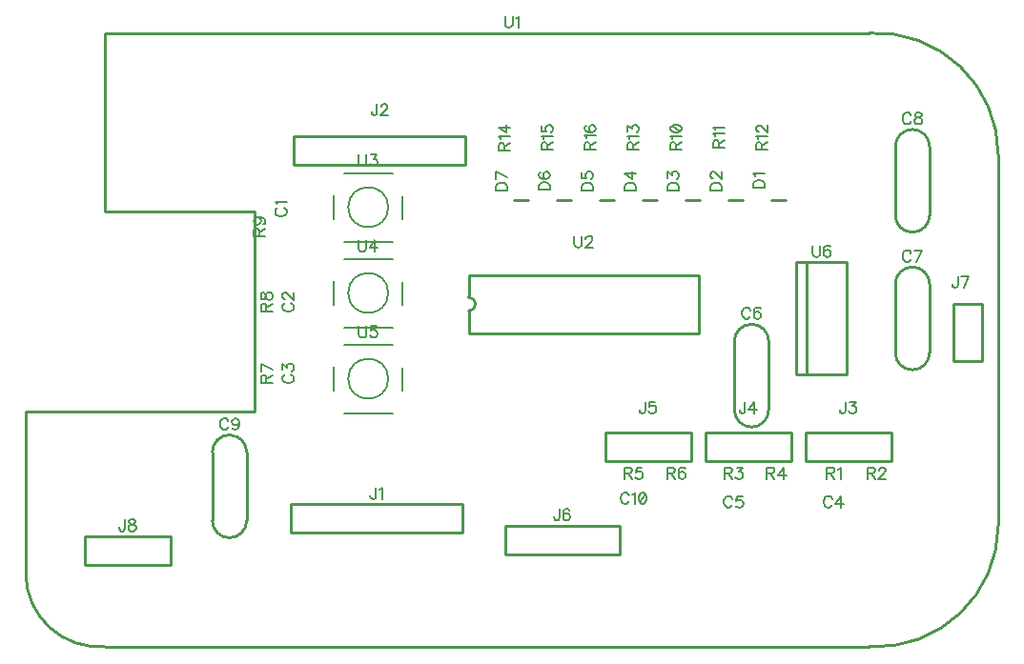
<source format=gbr>
G04 DipTrace 2.4.0.2*
%INTopSilk.gbr*%
%MOIN*%
%ADD10C,0.0098*%
%ADD31C,0.008*%
%ADD57C,0.0062*%
%FSLAX44Y44*%
G04*
G70*
G90*
G75*
G01*
%LNTopSilk*%
%LPD*%
X34088Y19554D2*
D10*
Y21951D1*
X35288Y19554D2*
Y21951D1*
G03X34088Y21951I-600J1D01*
G01*
Y19554D2*
G03X35288Y19554I600J-1D01*
G01*
X34088Y14741D2*
Y17138D1*
X35288Y14741D2*
Y17138D1*
G03X34088Y17138I-600J1D01*
G01*
Y14741D2*
G03X35288Y14741I600J-1D01*
G01*
X30258Y20066D2*
X29747D1*
X28758D2*
X28247D1*
X27258D2*
X26747D1*
X25758D2*
X25247D1*
X24258D2*
X23747D1*
X22758D2*
X22247D1*
X21258D2*
X20747D1*
X18940Y8440D2*
X12940D1*
Y9440D1*
X18940D1*
Y8440D1*
X13065Y22315D2*
X19065D1*
Y21315D1*
X13065D1*
Y22315D1*
X30940Y11940D2*
X33940D1*
Y10940D1*
X30940D1*
Y11940D1*
X27440D2*
X30440D1*
Y10940D1*
X27440D1*
Y11940D1*
X23940D2*
X26940D1*
Y10940D1*
X23940D1*
Y11940D1*
X24440Y7690D2*
X20440D1*
Y8690D1*
X24440D1*
Y7690D1*
X36126Y14439D2*
X37126D1*
Y16440D1*
X36126D1*
Y14439D1*
X37690Y8700D2*
Y21679D1*
X33188Y4456D2*
G03X37690Y8700I228J4267D01*
G01*
X33188Y25924D2*
G02X37690Y21679I228J-4267D01*
G01*
X3690Y12694D2*
X11690D1*
Y19684D1*
X6441D1*
Y25924D1*
Y4456D2*
G02X3690Y6952I-177J2569D01*
G01*
Y12694D1*
X6441Y4456D2*
X33188D1*
Y25924D2*
X6441D1*
X19174Y17464D2*
X27206D1*
Y15416D2*
Y17464D1*
X19174Y15416D2*
X27206D1*
X19174D2*
Y16204D1*
Y17464D2*
Y16676D1*
Y16204D2*
G03X19174Y16676I0J236D01*
G01*
X16510Y21030D2*
D31*
X14810D1*
Y18630D2*
X16510D1*
X16860Y20223D2*
Y19430D1*
X14460Y20235D2*
Y19430D1*
X14960Y19830D2*
G02X14960Y19830I700J0D01*
G01*
X16510Y18030D2*
X14810D1*
Y15630D2*
X16510D1*
X16860Y17223D2*
Y16430D1*
X14460Y17235D2*
Y16430D1*
X14960Y16830D2*
G02X14960Y16830I700J0D01*
G01*
X16510Y15030D2*
X14810D1*
Y12630D2*
X16510D1*
X16860Y14223D2*
Y13430D1*
X14460Y14235D2*
Y13430D1*
X14960Y13830D2*
G02X14960Y13830I700J0D01*
G01*
X30625Y13971D2*
D10*
X32397D1*
Y17908D1*
X30625D1*
Y13971D1*
X30979D2*
Y17908D1*
X8748Y7314D2*
X5748D1*
Y8314D1*
X8748D1*
Y7314D1*
X29663Y15138D2*
Y12740D1*
X28463Y15138D2*
Y12740D1*
G03X29663Y12740I600J-1D01*
G01*
Y15138D2*
G03X28463Y15138I-600J1D01*
G01*
X10211Y8865D2*
Y11263D1*
X11411Y8865D2*
Y11263D1*
G03X10211Y11263I-600J1D01*
G01*
Y8865D2*
G03X11411Y8865I600J-1D01*
G01*
X31878Y9627D2*
D57*
X31859Y9665D1*
X31821Y9704D1*
X31783Y9723D1*
X31706D1*
X31668Y9704D1*
X31630Y9665D1*
X31610Y9627D1*
X31591Y9570D1*
Y9474D1*
X31610Y9417D1*
X31630Y9378D1*
X31668Y9340D1*
X31706Y9321D1*
X31783D1*
X31821Y9340D1*
X31859Y9378D1*
X31878Y9417D1*
X32193Y9321D2*
Y9722D1*
X32002Y9455D1*
X32289D1*
X28388Y9627D2*
X28369Y9665D1*
X28330Y9704D1*
X28292Y9723D1*
X28216D1*
X28177Y9704D1*
X28139Y9665D1*
X28120Y9627D1*
X28101Y9570D1*
Y9474D1*
X28120Y9417D1*
X28139Y9378D1*
X28177Y9340D1*
X28216Y9321D1*
X28292D1*
X28330Y9340D1*
X28369Y9378D1*
X28388Y9417D1*
X28741Y9722D2*
X28550D1*
X28531Y9550D1*
X28550Y9569D1*
X28607Y9589D1*
X28664D1*
X28722Y9569D1*
X28760Y9531D1*
X28779Y9474D1*
Y9436D1*
X28760Y9378D1*
X28722Y9340D1*
X28664Y9321D1*
X28607D1*
X28550Y9340D1*
X28531Y9359D1*
X28511Y9397D1*
X24778Y9752D2*
X24759Y9790D1*
X24721Y9829D1*
X24683Y9848D1*
X24606D1*
X24568Y9829D1*
X24530Y9790D1*
X24510Y9752D1*
X24491Y9695D1*
Y9599D1*
X24510Y9542D1*
X24530Y9503D1*
X24568Y9465D1*
X24606Y9446D1*
X24683D1*
X24721Y9465D1*
X24759Y9503D1*
X24778Y9542D1*
X24902Y9771D2*
X24940Y9790D1*
X24997Y9847D1*
Y9446D1*
X25236Y9847D2*
X25178Y9828D1*
X25140Y9771D1*
X25121Y9675D1*
Y9618D1*
X25140Y9522D1*
X25178Y9465D1*
X25236Y9446D1*
X25274D1*
X25331Y9465D1*
X25369Y9522D1*
X25389Y9618D1*
Y9675D1*
X25369Y9771D1*
X25331Y9828D1*
X25274Y9847D1*
X25236D1*
X25369Y9771D2*
X25140Y9522D1*
X12753Y13972D2*
X12715Y13953D1*
X12676Y13915D1*
X12657Y13877D1*
Y13800D1*
X12676Y13762D1*
X12715Y13724D1*
X12753Y13704D1*
X12810Y13685D1*
X12906D1*
X12963Y13704D1*
X13002Y13724D1*
X13040Y13762D1*
X13059Y13800D1*
Y13877D1*
X13040Y13915D1*
X13002Y13953D1*
X12963Y13972D1*
X12658Y14134D2*
Y14344D1*
X12811Y14230D1*
Y14287D1*
X12830Y14325D1*
X12849Y14344D1*
X12906Y14364D1*
X12944D1*
X13002Y14344D1*
X13040Y14306D1*
X13059Y14249D1*
Y14191D1*
X13040Y14134D1*
X13021Y14115D1*
X12983Y14096D1*
X12753Y16472D2*
X12715Y16453D1*
X12676Y16415D1*
X12657Y16377D1*
Y16300D1*
X12676Y16262D1*
X12715Y16224D1*
X12753Y16204D1*
X12810Y16185D1*
X12906D1*
X12963Y16204D1*
X13002Y16224D1*
X13040Y16262D1*
X13059Y16300D1*
Y16377D1*
X13040Y16415D1*
X13002Y16453D1*
X12963Y16472D1*
X12753Y16615D2*
X12734D1*
X12696Y16634D1*
X12677Y16653D1*
X12658Y16692D1*
Y16768D1*
X12677Y16806D1*
X12696Y16825D1*
X12734Y16845D1*
X12772D1*
X12811Y16825D1*
X12868Y16787D1*
X13059Y16596D1*
Y16864D1*
X12503Y19808D2*
X12465Y19789D1*
X12426Y19751D1*
X12407Y19713D1*
Y19636D1*
X12426Y19598D1*
X12465Y19560D1*
X12503Y19540D1*
X12560Y19521D1*
X12656D1*
X12713Y19540D1*
X12752Y19560D1*
X12790Y19598D1*
X12809Y19636D1*
Y19713D1*
X12790Y19751D1*
X12752Y19789D1*
X12713Y19808D1*
X12484Y19932D2*
X12465Y19970D1*
X12408Y20028D1*
X12809D1*
X34636Y23043D2*
X34617Y23081D1*
X34579Y23119D1*
X34541Y23138D1*
X34464D1*
X34426Y23119D1*
X34388Y23081D1*
X34368Y23043D1*
X34349Y22985D1*
Y22890D1*
X34368Y22833D1*
X34388Y22794D1*
X34426Y22756D1*
X34464Y22737D1*
X34541D1*
X34579Y22756D1*
X34617Y22794D1*
X34636Y22833D1*
X34855Y23138D2*
X34798Y23119D1*
X34779Y23081D1*
Y23043D1*
X34798Y23005D1*
X34836Y22985D1*
X34913Y22966D1*
X34970Y22947D1*
X35008Y22909D1*
X35027Y22871D1*
Y22813D1*
X35008Y22775D1*
X34989Y22756D1*
X34932Y22737D1*
X34855D1*
X34798Y22756D1*
X34779Y22775D1*
X34760Y22813D1*
Y22871D1*
X34779Y22909D1*
X34817Y22947D1*
X34874Y22966D1*
X34951Y22985D1*
X34989Y23005D1*
X35008Y23043D1*
Y23081D1*
X34989Y23119D1*
X34932Y23138D1*
X34855D1*
X34636Y18230D2*
X34617Y18268D1*
X34579Y18306D1*
X34541Y18325D1*
X34464D1*
X34426Y18306D1*
X34388Y18268D1*
X34368Y18230D1*
X34349Y18172D1*
Y18077D1*
X34368Y18019D1*
X34388Y17981D1*
X34426Y17943D1*
X34464Y17924D1*
X34541D1*
X34579Y17943D1*
X34617Y17981D1*
X34636Y18019D1*
X34836Y17924D2*
X35028Y18325D1*
X34760D1*
X29121Y20511D2*
X29523D1*
Y20645D1*
X29504Y20703D1*
X29466Y20741D1*
X29427Y20760D1*
X29370Y20779D1*
X29274D1*
X29217Y20760D1*
X29179Y20741D1*
X29140Y20703D1*
X29121Y20645D1*
Y20511D1*
X29198Y20903D2*
X29179Y20941D1*
X29122Y20999D1*
X29523D1*
X27621Y20425D2*
X28023D1*
Y20559D1*
X28004Y20617D1*
X27966Y20655D1*
X27927Y20674D1*
X27870Y20693D1*
X27774D1*
X27717Y20674D1*
X27679Y20655D1*
X27640Y20617D1*
X27621Y20559D1*
Y20425D1*
X27717Y20836D2*
X27698D1*
X27660Y20855D1*
X27641Y20874D1*
X27622Y20913D1*
Y20989D1*
X27641Y21027D1*
X27660Y21046D1*
X27698Y21066D1*
X27736D1*
X27775Y21046D1*
X27832Y21008D1*
X28023Y20817D1*
Y21085D1*
X26121Y20425D2*
X26523D1*
Y20559D1*
X26504Y20617D1*
X26466Y20655D1*
X26427Y20674D1*
X26370Y20693D1*
X26274D1*
X26217Y20674D1*
X26179Y20655D1*
X26140Y20617D1*
X26121Y20559D1*
Y20425D1*
X26122Y20855D2*
Y21065D1*
X26275Y20951D1*
Y21008D1*
X26294Y21046D1*
X26313Y21065D1*
X26370Y21085D1*
X26408D1*
X26466Y21065D1*
X26504Y21027D1*
X26523Y20970D1*
Y20912D1*
X26504Y20855D1*
X26485Y20836D1*
X26447Y20817D1*
X24621Y20416D2*
X25023D1*
Y20550D1*
X25004Y20607D1*
X24966Y20646D1*
X24927Y20665D1*
X24870Y20684D1*
X24774D1*
X24717Y20665D1*
X24679Y20646D1*
X24640Y20607D1*
X24621Y20550D1*
Y20416D1*
X25023Y20999D2*
X24622D1*
X24889Y20807D1*
Y21094D1*
X23121Y20425D2*
X23523D1*
Y20559D1*
X23504Y20617D1*
X23466Y20655D1*
X23427Y20674D1*
X23370Y20693D1*
X23274D1*
X23217Y20674D1*
X23179Y20655D1*
X23140Y20617D1*
X23121Y20559D1*
Y20425D1*
X23122Y21046D2*
Y20855D1*
X23294Y20836D1*
X23275Y20855D1*
X23255Y20913D1*
Y20970D1*
X23275Y21027D1*
X23313Y21066D1*
X23370Y21085D1*
X23408D1*
X23466Y21066D1*
X23504Y21027D1*
X23523Y20970D1*
Y20913D1*
X23504Y20855D1*
X23485Y20836D1*
X23447Y20817D1*
X21621Y20435D2*
X22023D1*
Y20569D1*
X22004Y20627D1*
X21966Y20665D1*
X21927Y20684D1*
X21870Y20703D1*
X21774D1*
X21717Y20684D1*
X21679Y20665D1*
X21640Y20627D1*
X21621Y20569D1*
Y20435D1*
X21679Y21056D2*
X21641Y21037D1*
X21622Y20980D1*
Y20942D1*
X21641Y20884D1*
X21698Y20846D1*
X21794Y20827D1*
X21889D1*
X21966Y20846D1*
X22004Y20884D1*
X22023Y20942D1*
Y20961D1*
X22004Y21018D1*
X21966Y21056D1*
X21908Y21075D1*
X21889D1*
X21832Y21056D1*
X21794Y21018D1*
X21775Y20961D1*
Y20942D1*
X21794Y20884D1*
X21832Y20846D1*
X21889Y20827D1*
X20121Y20425D2*
X20523D1*
Y20559D1*
X20504Y20617D1*
X20466Y20655D1*
X20427Y20674D1*
X20370Y20693D1*
X20274D1*
X20217Y20674D1*
X20179Y20655D1*
X20140Y20617D1*
X20121Y20559D1*
Y20425D1*
X20523Y20893D2*
X20122Y21085D1*
Y20817D1*
X15926Y10026D2*
Y9720D1*
X15907Y9662D1*
X15888Y9643D1*
X15850Y9624D1*
X15811D1*
X15773Y9643D1*
X15754Y9662D1*
X15735Y9720D1*
Y9758D1*
X16050Y9949D2*
X16088Y9968D1*
X16145Y10025D1*
Y9624D1*
X15965Y23450D2*
Y23144D1*
X15946Y23087D1*
X15927Y23068D1*
X15889Y23048D1*
X15850D1*
X15812Y23068D1*
X15793Y23087D1*
X15774Y23144D1*
Y23182D1*
X16108Y23354D2*
Y23373D1*
X16127Y23412D1*
X16146Y23431D1*
X16184Y23450D1*
X16261D1*
X16299Y23431D1*
X16318Y23412D1*
X16337Y23373D1*
Y23335D1*
X16318Y23297D1*
X16280Y23240D1*
X16089Y23048D1*
X16356D1*
X32340Y13026D2*
Y12720D1*
X32321Y12662D1*
X32302Y12643D1*
X32264Y12624D1*
X32225D1*
X32187Y12643D1*
X32168Y12662D1*
X32149Y12720D1*
Y12758D1*
X32502Y13025D2*
X32712D1*
X32597Y12872D1*
X32655D1*
X32693Y12853D1*
X32712Y12834D1*
X32731Y12777D1*
Y12739D1*
X32712Y12681D1*
X32674Y12643D1*
X32616Y12624D1*
X32559D1*
X32502Y12643D1*
X32483Y12662D1*
X32464Y12700D1*
X28830Y13026D2*
Y12720D1*
X28811Y12662D1*
X28792Y12643D1*
X28754Y12624D1*
X28716D1*
X28678Y12643D1*
X28658Y12662D1*
X28639Y12720D1*
Y12758D1*
X29145Y12624D2*
Y13025D1*
X28954Y12758D1*
X29241D1*
X25340Y13026D2*
Y12720D1*
X25321Y12662D1*
X25302Y12643D1*
X25264Y12624D1*
X25225D1*
X25187Y12643D1*
X25168Y12662D1*
X25149Y12720D1*
Y12758D1*
X25693Y13025D2*
X25502D1*
X25483Y12853D1*
X25502Y12872D1*
X25559Y12892D1*
X25616D1*
X25674Y12872D1*
X25712Y12834D1*
X25731Y12777D1*
Y12739D1*
X25712Y12681D1*
X25674Y12643D1*
X25616Y12624D1*
X25559D1*
X25502Y12643D1*
X25483Y12662D1*
X25464Y12700D1*
X22350Y9276D2*
Y8970D1*
X22331Y8912D1*
X22311Y8893D1*
X22273Y8874D1*
X22235D1*
X22197Y8893D1*
X22178Y8912D1*
X22158Y8970D1*
Y9008D1*
X22703Y9218D2*
X22684Y9256D1*
X22626Y9275D1*
X22588D1*
X22531Y9256D1*
X22492Y9199D1*
X22473Y9103D1*
Y9008D1*
X22492Y8931D1*
X22531Y8893D1*
X22588Y8874D1*
X22607D1*
X22664Y8893D1*
X22703Y8931D1*
X22722Y8989D1*
Y9008D1*
X22703Y9065D1*
X22664Y9103D1*
X22607Y9122D1*
X22588D1*
X22531Y9103D1*
X22492Y9065D1*
X22473Y9008D1*
X36276Y17419D2*
Y17113D1*
X36257Y17056D1*
X36238Y17036D1*
X36200Y17017D1*
X36161D1*
X36123Y17036D1*
X36104Y17056D1*
X36085Y17113D1*
Y17151D1*
X36476Y17017D2*
X36668Y17419D1*
X36400D1*
X31696Y10531D2*
X31868D1*
X31926Y10551D1*
X31945Y10570D1*
X31964Y10608D1*
Y10646D1*
X31945Y10684D1*
X31926Y10704D1*
X31868Y10723D1*
X31696D1*
Y10321D1*
X31830Y10531D2*
X31964Y10321D1*
X32088Y10646D2*
X32126Y10665D1*
X32184Y10722D1*
Y10321D1*
X33110Y10531D2*
X33282D1*
X33340Y10551D1*
X33359Y10570D1*
X33378Y10608D1*
Y10646D1*
X33359Y10684D1*
X33340Y10704D1*
X33282Y10723D1*
X33110D1*
Y10321D1*
X33244Y10531D2*
X33378Y10321D1*
X33521Y10627D2*
Y10646D1*
X33540Y10684D1*
X33559Y10703D1*
X33598Y10722D1*
X33674D1*
X33712Y10703D1*
X33731Y10684D1*
X33751Y10646D1*
Y10608D1*
X33731Y10569D1*
X33693Y10512D1*
X33502Y10321D1*
X33770D1*
X28110Y10531D2*
X28282D1*
X28340Y10551D1*
X28359Y10570D1*
X28378Y10608D1*
Y10646D1*
X28359Y10684D1*
X28340Y10704D1*
X28282Y10723D1*
X28110D1*
Y10321D1*
X28244Y10531D2*
X28378Y10321D1*
X28540Y10722D2*
X28750D1*
X28636Y10569D1*
X28693D1*
X28731Y10550D1*
X28750Y10531D1*
X28770Y10474D1*
Y10436D1*
X28750Y10378D1*
X28712Y10340D1*
X28655Y10321D1*
X28597D1*
X28540Y10340D1*
X28521Y10359D1*
X28502Y10397D1*
X29601Y10531D2*
X29773D1*
X29830Y10551D1*
X29850Y10570D1*
X29869Y10608D1*
Y10646D1*
X29850Y10684D1*
X29830Y10704D1*
X29773Y10723D1*
X29601D1*
Y10321D1*
X29735Y10531D2*
X29869Y10321D1*
X30184D2*
Y10722D1*
X29992Y10455D1*
X30279D1*
X24610Y10531D2*
X24782D1*
X24840Y10551D1*
X24859Y10570D1*
X24878Y10608D1*
Y10646D1*
X24859Y10684D1*
X24840Y10704D1*
X24782Y10723D1*
X24610D1*
Y10321D1*
X24744Y10531D2*
X24878Y10321D1*
X25231Y10722D2*
X25040D1*
X25021Y10550D1*
X25040Y10569D1*
X25098Y10589D1*
X25155D1*
X25212Y10569D1*
X25251Y10531D1*
X25270Y10474D1*
Y10436D1*
X25251Y10378D1*
X25212Y10340D1*
X25155Y10321D1*
X25098D1*
X25040Y10340D1*
X25021Y10359D1*
X25002Y10397D1*
X26120Y10531D2*
X26292D1*
X26350Y10551D1*
X26369Y10570D1*
X26388Y10608D1*
Y10646D1*
X26369Y10684D1*
X26350Y10704D1*
X26292Y10723D1*
X26120D1*
Y10321D1*
X26254Y10531D2*
X26388Y10321D1*
X26741Y10665D2*
X26722Y10703D1*
X26664Y10722D1*
X26626D1*
X26569Y10703D1*
X26530Y10646D1*
X26511Y10550D1*
Y10455D1*
X26530Y10378D1*
X26569Y10340D1*
X26626Y10321D1*
X26645D1*
X26702Y10340D1*
X26741Y10378D1*
X26760Y10436D1*
Y10455D1*
X26741Y10512D1*
X26702Y10550D1*
X26645Y10569D1*
X26626D1*
X26569Y10550D1*
X26530Y10512D1*
X26511Y10455D1*
X12099Y13695D2*
Y13867D1*
X12079Y13924D1*
X12060Y13944D1*
X12022Y13963D1*
X11984D1*
X11946Y13944D1*
X11926Y13924D1*
X11907Y13867D1*
Y13695D1*
X12309D1*
X12099Y13829D2*
X12309Y13963D1*
Y14163D2*
X11908Y14354D1*
Y14086D1*
X12099Y16195D2*
Y16367D1*
X12079Y16425D1*
X12060Y16444D1*
X12022Y16463D1*
X11984D1*
X11946Y16444D1*
X11926Y16425D1*
X11907Y16367D1*
Y16195D1*
X12309D1*
X12099Y16329D2*
X12309Y16463D1*
X11908Y16682D2*
X11927Y16625D1*
X11965Y16606D1*
X12003D1*
X12041Y16625D1*
X12061Y16663D1*
X12080Y16740D1*
X12099Y16797D1*
X12137Y16835D1*
X12175Y16854D1*
X12233D1*
X12271Y16835D1*
X12290Y16816D1*
X12309Y16759D1*
Y16682D1*
X12290Y16625D1*
X12271Y16606D1*
X12233Y16587D1*
X12175D1*
X12137Y16606D1*
X12099Y16644D1*
X12080Y16701D1*
X12061Y16778D1*
X12041Y16816D1*
X12003Y16835D1*
X11965D1*
X11927Y16816D1*
X11908Y16759D1*
Y16682D1*
X11849Y18829D2*
Y19001D1*
X11829Y19059D1*
X11810Y19078D1*
X11772Y19097D1*
X11734D1*
X11696Y19078D1*
X11676Y19059D1*
X11657Y19001D1*
Y18829D1*
X12059D1*
X11849Y18963D2*
X12059Y19097D1*
X11791Y19470D2*
X11849Y19450D1*
X11887Y19412D1*
X11906Y19355D1*
Y19336D1*
X11887Y19278D1*
X11849Y19240D1*
X11791Y19221D1*
X11772D1*
X11715Y19240D1*
X11677Y19278D1*
X11658Y19336D1*
Y19355D1*
X11677Y19412D1*
X11715Y19450D1*
X11791Y19470D1*
X11887D1*
X11983Y19450D1*
X12040Y19412D1*
X12059Y19355D1*
Y19317D1*
X12040Y19259D1*
X12002Y19240D1*
X26411Y21835D2*
Y22007D1*
X26392Y22065D1*
X26373Y22084D1*
X26335Y22103D1*
X26296D1*
X26258Y22084D1*
X26239Y22065D1*
X26220Y22007D1*
Y21835D1*
X26622D1*
X26411Y21969D2*
X26622Y22103D1*
X26297Y22227D2*
X26277Y22265D1*
X26220Y22323D1*
X26622D1*
X26220Y22561D2*
X26239Y22504D1*
X26297Y22465D1*
X26392Y22446D1*
X26450D1*
X26545Y22465D1*
X26603Y22504D1*
X26622Y22561D1*
Y22599D1*
X26603Y22657D1*
X26545Y22695D1*
X26450Y22714D1*
X26392D1*
X26297Y22695D1*
X26239Y22657D1*
X26220Y22599D1*
Y22561D1*
X26297Y22695D2*
X26545Y22465D1*
X27911Y21921D2*
Y22093D1*
X27892Y22151D1*
X27873Y22170D1*
X27835Y22189D1*
X27796D1*
X27758Y22170D1*
X27739Y22151D1*
X27720Y22093D1*
Y21921D1*
X28122D1*
X27911Y22055D2*
X28122Y22189D1*
X27797Y22313D2*
X27777Y22351D1*
X27720Y22409D1*
X28122D1*
X27797Y22532D2*
X27777Y22571D1*
X27720Y22628D1*
X28122D1*
X29411Y21835D2*
Y22007D1*
X29392Y22065D1*
X29373Y22084D1*
X29335Y22103D1*
X29296D1*
X29258Y22084D1*
X29239Y22065D1*
X29220Y22007D1*
Y21835D1*
X29622D1*
X29411Y21969D2*
X29622Y22103D1*
X29297Y22227D2*
X29277Y22265D1*
X29220Y22323D1*
X29622D1*
X29316Y22466D2*
X29297D1*
X29258Y22485D1*
X29239Y22504D1*
X29220Y22542D1*
Y22619D1*
X29239Y22657D1*
X29258Y22676D1*
X29297Y22695D1*
X29335D1*
X29373Y22676D1*
X29430Y22638D1*
X29622Y22446D1*
Y22714D1*
X24911Y21835D2*
Y22007D1*
X24892Y22065D1*
X24873Y22084D1*
X24835Y22103D1*
X24796D1*
X24758Y22084D1*
X24739Y22065D1*
X24720Y22007D1*
Y21835D1*
X25122D1*
X24911Y21969D2*
X25122Y22103D1*
X24797Y22227D2*
X24777Y22265D1*
X24720Y22323D1*
X25122D1*
X24720Y22485D2*
Y22695D1*
X24873Y22580D1*
Y22638D1*
X24892Y22676D1*
X24911Y22695D1*
X24969Y22714D1*
X25007D1*
X25064Y22695D1*
X25103Y22657D1*
X25122Y22599D1*
Y22542D1*
X25103Y22485D1*
X25083Y22466D1*
X25045Y22446D1*
X20411Y21826D2*
Y21998D1*
X20392Y22055D1*
X20373Y22075D1*
X20335Y22094D1*
X20296D1*
X20258Y22075D1*
X20239Y22055D1*
X20220Y21998D1*
Y21826D1*
X20622D1*
X20411Y21960D2*
X20622Y22094D1*
X20297Y22217D2*
X20277Y22256D1*
X20220Y22313D1*
X20622D1*
Y22628D2*
X20220D1*
X20488Y22437D1*
Y22724D1*
X21911Y21835D2*
Y22007D1*
X21892Y22065D1*
X21873Y22084D1*
X21835Y22103D1*
X21796D1*
X21758Y22084D1*
X21739Y22065D1*
X21720Y22007D1*
Y21835D1*
X22122D1*
X21911Y21969D2*
X22122Y22103D1*
X21797Y22227D2*
X21777Y22265D1*
X21720Y22323D1*
X22122D1*
X21720Y22676D2*
Y22485D1*
X21892Y22466D1*
X21873Y22485D1*
X21854Y22542D1*
Y22599D1*
X21873Y22657D1*
X21911Y22695D1*
X21969Y22714D1*
X22007D1*
X22064Y22695D1*
X22103Y22657D1*
X22122Y22599D1*
Y22542D1*
X22103Y22485D1*
X22083Y22466D1*
X22045Y22446D1*
X23411Y21845D2*
Y22017D1*
X23392Y22074D1*
X23373Y22094D1*
X23335Y22113D1*
X23296D1*
X23258Y22094D1*
X23239Y22074D1*
X23220Y22017D1*
Y21845D1*
X23622D1*
X23411Y21979D2*
X23622Y22113D1*
X23297Y22236D2*
X23277Y22275D1*
X23220Y22332D1*
X23622D1*
X23277Y22685D2*
X23239Y22666D1*
X23220Y22609D1*
Y22571D1*
X23239Y22513D1*
X23297Y22475D1*
X23392Y22456D1*
X23488D1*
X23564Y22475D1*
X23603Y22513D1*
X23622Y22571D1*
Y22590D1*
X23603Y22647D1*
X23564Y22685D1*
X23507Y22704D1*
X23488D1*
X23430Y22685D1*
X23392Y22647D1*
X23373Y22590D1*
Y22571D1*
X23392Y22513D1*
X23430Y22475D1*
X23488Y22456D1*
X20446Y26516D2*
Y26229D1*
X20465Y26171D1*
X20504Y26133D1*
X20561Y26114D1*
X20599D1*
X20657Y26133D1*
X20695Y26171D1*
X20714Y26229D1*
Y26516D1*
X20838Y26439D2*
X20876Y26458D1*
X20934Y26515D1*
Y26114D1*
X22860Y18821D2*
Y18534D1*
X22879Y18477D1*
X22918Y18439D1*
X22975Y18419D1*
X23013D1*
X23071Y18439D1*
X23109Y18477D1*
X23128Y18534D1*
Y18821D1*
X23271Y18725D2*
Y18744D1*
X23290Y18783D1*
X23309Y18802D1*
X23348Y18821D1*
X23424D1*
X23462Y18802D1*
X23481Y18783D1*
X23501Y18744D1*
Y18706D1*
X23481Y18668D1*
X23443Y18611D1*
X23252Y18419D1*
X23520D1*
X15330Y21676D2*
Y21389D1*
X15349Y21331D1*
X15388Y21293D1*
X15445Y21274D1*
X15483D1*
X15541Y21293D1*
X15579Y21331D1*
X15598Y21389D1*
Y21676D1*
X15760Y21675D2*
X15970D1*
X15856Y21522D1*
X15913D1*
X15951Y21503D1*
X15970Y21484D1*
X15990Y21427D1*
Y21389D1*
X15970Y21331D1*
X15932Y21293D1*
X15875Y21274D1*
X15817D1*
X15760Y21293D1*
X15741Y21312D1*
X15722Y21350D1*
X15321Y18676D2*
Y18389D1*
X15340Y18331D1*
X15378Y18293D1*
X15436Y18274D1*
X15474D1*
X15531Y18293D1*
X15570Y18331D1*
X15589Y18389D1*
Y18676D1*
X15904Y18274D2*
Y18675D1*
X15712Y18408D1*
X15999D1*
X15330Y15676D2*
Y15389D1*
X15349Y15331D1*
X15388Y15293D1*
X15445Y15274D1*
X15483D1*
X15541Y15293D1*
X15579Y15331D1*
X15598Y15389D1*
Y15676D1*
X15951Y15675D2*
X15760D1*
X15741Y15503D1*
X15760Y15522D1*
X15818Y15542D1*
X15875D1*
X15932Y15522D1*
X15971Y15484D1*
X15990Y15427D1*
Y15389D1*
X15971Y15331D1*
X15932Y15293D1*
X15875Y15274D1*
X15818D1*
X15760Y15293D1*
X15741Y15312D1*
X15722Y15350D1*
X31191Y18494D2*
Y18207D1*
X31210Y18149D1*
X31248Y18111D1*
X31306Y18092D1*
X31344D1*
X31401Y18111D1*
X31440Y18149D1*
X31459Y18207D1*
Y18494D1*
X31812Y18436D2*
X31793Y18474D1*
X31735Y18493D1*
X31697D1*
X31640Y18474D1*
X31601Y18417D1*
X31582Y18321D1*
Y18226D1*
X31601Y18149D1*
X31640Y18111D1*
X31697Y18092D1*
X31716D1*
X31773Y18111D1*
X31812Y18149D1*
X31831Y18207D1*
Y18226D1*
X31812Y18283D1*
X31773Y18321D1*
X31716Y18340D1*
X31697D1*
X31640Y18321D1*
X31601Y18283D1*
X31582Y18226D1*
X7148Y8900D2*
Y8594D1*
X7129Y8536D1*
X7110Y8517D1*
X7072Y8498D1*
X7033D1*
X6995Y8517D1*
X6976Y8536D1*
X6957Y8594D1*
Y8632D1*
X7367Y8899D2*
X7310Y8880D1*
X7291Y8842D1*
Y8804D1*
X7310Y8766D1*
X7348Y8746D1*
X7425Y8727D1*
X7482Y8708D1*
X7520Y8670D1*
X7539Y8632D1*
Y8574D1*
X7520Y8536D1*
X7501Y8517D1*
X7444Y8498D1*
X7367D1*
X7310Y8517D1*
X7291Y8536D1*
X7272Y8574D1*
Y8632D1*
X7291Y8670D1*
X7329Y8708D1*
X7386Y8727D1*
X7463Y8746D1*
X7501Y8766D1*
X7520Y8804D1*
Y8842D1*
X7501Y8880D1*
X7444Y8899D1*
X7367D1*
X29020Y16230D2*
X29001Y16268D1*
X28963Y16306D1*
X28925Y16325D1*
X28848D1*
X28810Y16306D1*
X28772Y16268D1*
X28752Y16230D1*
X28733Y16172D1*
Y16076D1*
X28752Y16019D1*
X28772Y15981D1*
X28810Y15943D1*
X28848Y15923D1*
X28925D1*
X28963Y15943D1*
X29001Y15981D1*
X29020Y16019D1*
X29373Y16268D2*
X29354Y16306D1*
X29297Y16325D1*
X29259D1*
X29201Y16306D1*
X29163Y16248D1*
X29144Y16153D1*
Y16057D1*
X29163Y15981D1*
X29201Y15942D1*
X29259Y15923D1*
X29278D1*
X29335Y15942D1*
X29373Y15981D1*
X29392Y16038D1*
Y16057D1*
X29373Y16115D1*
X29335Y16153D1*
X29278Y16172D1*
X29259D1*
X29201Y16153D1*
X29163Y16115D1*
X29144Y16057D1*
X10768Y12354D2*
X10749Y12392D1*
X10711Y12431D1*
X10673Y12450D1*
X10596D1*
X10558Y12431D1*
X10520Y12392D1*
X10500Y12354D1*
X10481Y12297D1*
Y12201D1*
X10500Y12144D1*
X10520Y12105D1*
X10558Y12067D1*
X10596Y12048D1*
X10673D1*
X10711Y12067D1*
X10749Y12105D1*
X10768Y12144D1*
X11141Y12316D2*
X11121Y12258D1*
X11083Y12220D1*
X11026Y12201D1*
X11007D1*
X10949Y12220D1*
X10911Y12258D1*
X10892Y12316D1*
Y12335D1*
X10911Y12392D1*
X10949Y12430D1*
X11007Y12449D1*
X11026D1*
X11083Y12430D1*
X11121Y12392D1*
X11141Y12316D1*
Y12220D1*
X11121Y12124D1*
X11083Y12067D1*
X11026Y12048D1*
X10988D1*
X10930Y12067D1*
X10911Y12105D1*
M02*

</source>
